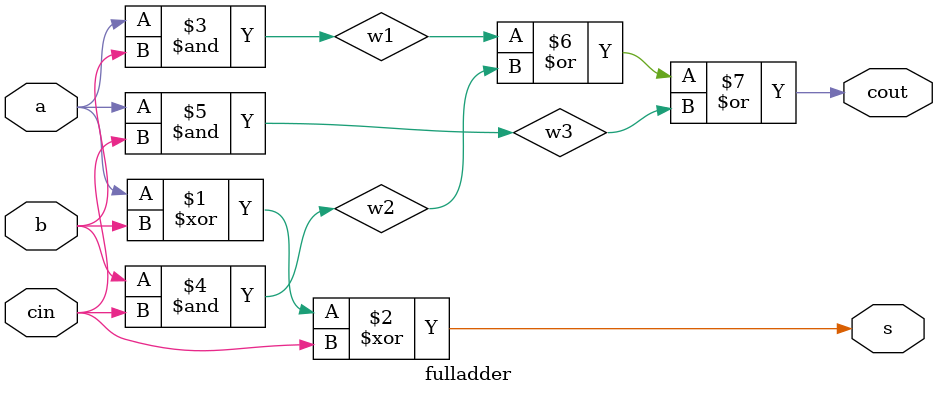
<source format=v>
`timescale 1ns / 1ps


module fulladder(
  input a,b,cin,
  output s,cout
  );
  wire w1,w2,w3;
  xor a1(s,a,b,cin);
  and a2(w1,a,b);
  and a3(w2,b,cin);
  and a4(w3,a,cin);
 or a5(cout,w1,w2,w3);
endmodule


</source>
